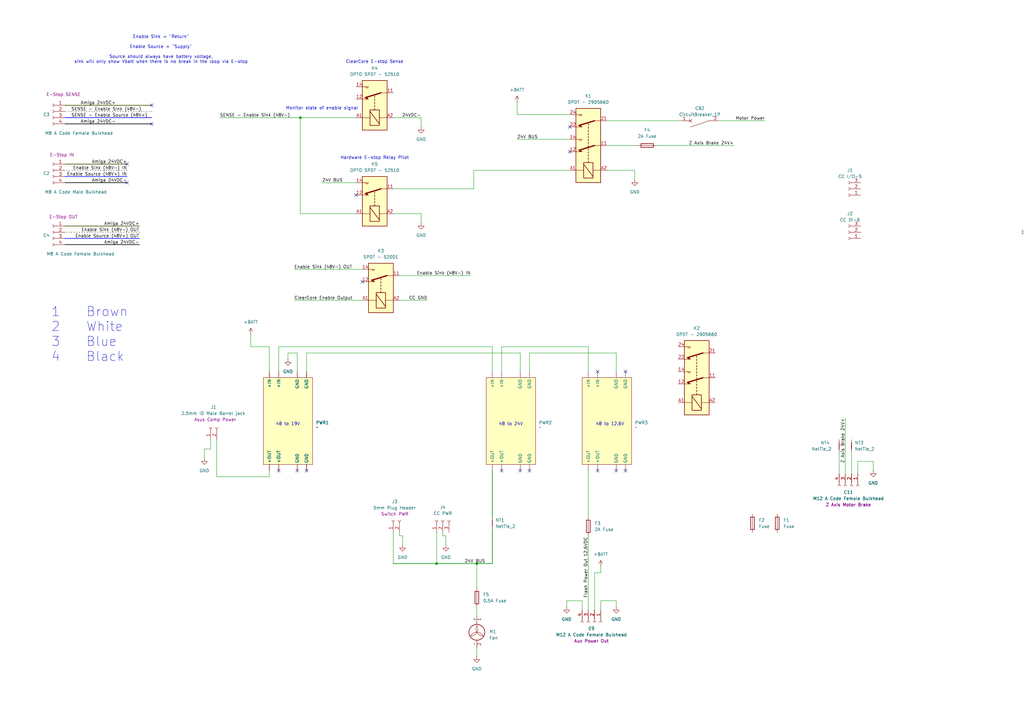
<source format=kicad_sch>
(kicad_sch (version 20231120) (generator "eeschema") (generator_version "8.0")
  (paper "A3")
  (lib_symbols
    (symbol "Connector:Conn_01x02_Socket" (pin_names (offset 1.016) hide)
      (property "Reference" "J" (at 0 2.54 0))
      (property "Value" "Conn_01x02_Socket" (at 0 -5.08 0))
      (symbol "Conn_01x02_Socket_1_1"
        (arc (start 0 -2.032) (mid -0.5058 -2.54) (end 0 -3.048) (stroke (width 0.1524)))
        (polyline (pts (xy -1.27 -2.54) (xy -0.508 -2.54)) (stroke (width 0.1524)))
        (polyline (pts (xy -1.27 0) (xy -0.508 0)) (stroke (width 0.1524)))
        (arc (start 0 0.508) (mid -0.5058 0) (end 0 -0.508) (stroke (width 0.1524)))
        (pin passive line (at -5.08 0 0) (length 3.81) (name "Pin_1") (number "1"))
        (pin passive line (at -5.08 -2.54 0) (length 3.81) (name "Pin_2") (number "2"))
      )
    )
    (symbol "Connector:Conn_01x03_Socket" (pin_names (offset 1.016) hide)
      (property "Reference" "J" (at 0 5.08 0))
      (property "Value" "Conn_01x03_Socket" (at 0 -5.08 0))
      (symbol "Conn_01x03_Socket_1_1"
        (arc (start 0 -2.032) (mid -0.5058 -2.54) (end 0 -3.048) (stroke (width 0.1524)))
        (polyline (pts (xy -1.27 -2.54) (xy -0.508 -2.54)) (stroke (width 0.1524)))
        (polyline (pts (xy -1.27 0) (xy -0.508 0)) (stroke (width 0.1524)))
        (polyline (pts (xy -1.27 2.54) (xy -0.508 2.54)) (stroke (width 0.1524)))
        (arc (start 0 0.508) (mid -0.5058 0) (end 0 -0.508) (stroke (width 0.1524)))
        (arc (start 0 3.048) (mid -0.5058 2.54) (end 0 2.032) (stroke (width 0.1524)))
        (pin passive line (at -5.08 2.54 0) (length 3.81) (name "Pin_1") (number "1"))
        (pin passive line (at -5.08 0 0) (length 3.81) (name "Pin_2") (number "2"))
        (pin passive line (at -5.08 -2.54 0) (length 3.81) (name "Pin_3") (number "3"))
      )
    )
    (symbol "Connector:Conn_01x04_Socket" (pin_names (offset 1.016) hide)
      (property "Reference" "J" (at 0 5.08 0))
      (property "Value" "Conn_01x04_Socket" (at 0 -7.62 0))
      (symbol "Conn_01x04_Socket_1_1"
        (arc (start 0 -4.572) (mid -0.5058 -5.08) (end 0 -5.588) (stroke (width 0.1524)))
        (arc (start 0 -2.032) (mid -0.5058 -2.54) (end 0 -3.048) (stroke (width 0.1524)))
        (polyline (pts (xy -1.27 -5.08) (xy -0.508 -5.08)) (stroke (width 0.1524)))
        (polyline (pts (xy -1.27 -2.54) (xy -0.508 -2.54)) (stroke (width 0.1524)))
        (polyline (pts (xy -1.27 0) (xy -0.508 0)) (stroke (width 0.1524)))
        (polyline (pts (xy -1.27 2.54) (xy -0.508 2.54)) (stroke (width 0.1524)))
        (arc (start 0 0.508) (mid -0.5058 0) (end 0 -0.508) (stroke (width 0.1524)))
        (arc (start 0 3.048) (mid -0.5058 2.54) (end 0 2.032) (stroke (width 0.1524)))
        (pin passive line (at -5.08 2.54 0) (length 3.81) (name "Pin_1") (number "1"))
        (pin passive line (at -5.08 0 0) (length 3.81) (name "Pin_2") (number "2"))
        (pin passive line (at -5.08 -2.54 0) (length 3.81) (name "Pin_3") (number "3"))
        (pin passive line (at -5.08 -5.08 0) (length 3.81) (name "Pin_4") (number "4"))
      )
    )
    (symbol "Device:CircuitBreaker_1P"
      (property "Reference" "CB" (at 1.905 0 0))
      (property "Value" "CircuitBreaker_1P" (at 1.905 1.905 0))
      (symbol "CircuitBreaker_1P_0_1"
        (polyline (pts (xy 0 -5.08) (xy 0 -3.81)))
        (polyline (pts (xy 0 -3.81) (xy -2.54 3.81)))
      )
      (symbol "CircuitBreaker_1P_1_1"
        (polyline (pts (xy -0.635 4.445) (xy 0.635 3.175)))
        (polyline (pts (xy 0 5.08) (xy 0 3.81)))
        (polyline (pts (xy 0.635 4.445) (xy -0.635 3.175)))
        (pin passive line (at 0 7.62 270) (length 2.54) (name "~") (number "1"))
        (pin passive line (at 0 -7.62 90) (length 2.54) (name "~") (number "2"))
      )
    )
    (symbol "Device:Fuse" (pin_numbers hide) (pin_names (offset 0))
      (property "Reference" "F" (at 2.032 0 90))
      (property "Value" "Fuse" (at -1.905 0 90))
      (symbol "Fuse_0_1"
        (rectangle (start -0.762 -2.54) (end 0.762 2.54) (stroke (width 0.254)))
        (polyline (pts (xy 0 2.54) (xy 0 -2.54)))
      )
      (symbol "Fuse_1_1"
        (pin passive line (at 0 3.81 270) (length 1.27) (name "~") (number "1"))
        (pin passive line (at 0 -3.81 90) (length 1.27) (name "~") (number "2"))
      )
    )
    (symbol "Device:NetTie_2" (pin_numbers hide) (pin_names (offset 0) hide) (in_bom no)
      (property "Reference" "NT" (at 0 1.27 0))
      (property "Value" "NetTie_2" (at 0 -1.27 0))
      (symbol "NetTie_2_0_1"
        (polyline (pts (xy -1.27 0) (xy 1.27 0)) (stroke (width 0.254)))
      )
      (symbol "NetTie_2_1_1"
        (pin passive line (at -2.54 0 0) (length 2.54) (name "1") (number "1"))
        (pin passive line (at 2.54 0 180) (length 2.54) (name "2") (number "2"))
      )
    )
    (symbol "Motor:Fan" (pin_names (offset 0))
      (property "Reference" "M" (at 2.54 5.08 0))
      (property "Value" "Fan" (at 2.54 -2.54 0))
      (symbol "Fan_0_1"
        (arc (start -2.54 -0.508) (mid 0.0028 0.9121) (end 0 3.81))
        (polyline (pts (xy 0 -5.08) (xy 0 -4.572)))
        (polyline (pts (xy 0 -2.2352) (xy 0 -2.6416)))
        (polyline (pts (xy 0 4.2672) (xy 0 4.6228)))
        (polyline (pts (xy 0 4.572) (xy 0 5.08)))
        (circle (center 0 1.016) (radius 3.2512) (stroke (width 0.254)))
        (arc (start 0 3.81) (mid 0.053 0.921) (end 2.54 -0.508))
        (arc (start 2.54 -0.508) (mid 0 1.0618) (end -2.54 -0.508))
      )
      (symbol "Fan_1_1"
        (pin passive line (at 0 7.62 270) (length 2.54) (name "+") (number "1"))
        (pin passive line (at 0 -5.08 90) (length 2.54) (name "-") (number "2"))
      )
    )
    (symbol "PSA:Flex_Converter"
      (property "Reference" "PWR" (at 0 0.254 0))
      (symbol "Flex_Converter_1_1"
        (rectangle (start -10.16 17.78) (end 10.16 -17.78) (fill (type background)))
        (pin input line (at -7.62 20.32 270) (length 2.54) (name "+IN") (number ""))
        (pin input line (at -3.81 20.32 270) (length 2.54) (name "+IN") (number ""))
        (pin output line (at -7.62 -20.32 90) (length 2.54) (name "+OUT") (number ""))
        (pin output line (at -3.81 -20.32 90) (length 2.54) (name "+OUT") (number ""))
        (pin output line (at 3.81 -20.32 90) (length 2.54) (name "GND") (number ""))
        (pin input line (at 3.81 20.32 270) (length 2.54) (name "GND") (number ""))
        (pin output line (at 7.62 -20.32 90) (length 2.54) (name "GND") (number ""))
        (pin input line (at 7.62 20.32 270) (length 2.54) (name "GND") (number ""))
      )
    )
    (symbol "PSA:Grounding_Terminal_Block" (pin_numbers hide) (pin_names (offset 0) hide)
      (property "Reference" "GB" (at -1.905 12.065 90))
      (symbol "Grounding_Terminal_Block_1_1"
        (rectangle (start -2.54 10.16) (end 2.54 -10.16))
        (circle (center 0 -7.62) (radius 1.7961))
        (polyline (pts (xy 1.27 -6.35) (xy -1.27 -8.89)))
        (polyline (pts (xy 1.27 1.27) (xy -1.27 -1.27)))
        (polyline (pts (xy 1.27 8.89) (xy -1.27 6.35)))
        (circle (center 0 0) (radius 1.7961))
        (circle (center 0 7.62) (radius 1.7961))
        (pin passive line (at 0 -12.7 90) (length 2.54) (name "") (number ""))
        (pin passive line (at 0 12.7 270) (length 2.54) (name "") (number ""))
      )
    )
    (symbol "PSA:Passthrough_Terminal_Block" (pin_numbers hide) (pin_names (offset 0) hide)
      (property "Reference" "TB" (at -2.54 12.7 90))
      (symbol "Passthrough_Terminal_Block_1_1"
        (rectangle (start -2.54 10.16) (end 2.54 -10.16))
        (circle (center 0 -7.62) (radius 1.7961))
        (polyline (pts (xy 1.27 -6.35) (xy -1.27 -8.89)))
        (polyline (pts (xy 1.27 8.89) (xy -1.27 6.35)))
        (circle (center 0 7.62) (radius 1.7961))
        (pin passive line (at 0 -12.7 90) (length 2.54) (name "") (number ""))
        (pin passive line (at 0 12.7 270) (length 2.54) (name "") (number ""))
        (pin passive inverted (at 0 0 270) (length 2.54) (name "Jumper") (number ""))
      )
      (symbol "Passthrough_Terminal_Block_2_1"
        (rectangle (start -2.54 10.16) (end 2.54 -10.16))
        (circle (center 0 -7.62) (radius 1.7961))
        (polyline (pts (xy 1.27 -6.35) (xy -1.27 -8.89)))
        (polyline (pts (xy 1.27 8.89) (xy -1.27 6.35)))
        (circle (center 0 7.62) (radius 1.7961))
        (pin passive line (at 0 -12.7 90) (length 2.54) (name "") (number ""))
        (pin passive line (at 0 12.7 270) (length 2.54) (name "") (number ""))
        (pin passive inverted (at 0 0 270) (length 2.54) (name "Jumper") (number "-UB"))
      )
      (symbol "Passthrough_Terminal_Block_3_1"
        (rectangle (start -2.54 10.16) (end 2.54 -10.16))
        (circle (center 0 -7.62) (radius 1.7961))
        (polyline (pts (xy 1.27 -6.35) (xy -1.27 -8.89)))
        (polyline (pts (xy 1.27 8.89) (xy -1.27 6.35)))
        (circle (center 0 7.62) (radius 1.7961))
        (pin passive line (at 0 -12.7 90) (length 2.54) (name "") (number ""))
        (pin passive line (at 0 12.7 270) (length 2.54) (name "") (number ""))
        (pin passive inverted (at 0 0 270) (length 2.54) (name "Jumper") (number "-UC"))
      )
    )
    (symbol "Passthrough_Terminal_Block_1" (pin_numbers hide) (pin_names (offset 0) hide)
      (property "Reference" "TB1" (at -2.54 12.7 90))
      (property "Value" "~" (at 3.81 0 0))
      (symbol "Passthrough_Terminal_Block_1_1_1"
        (rectangle (start -2.54 10.16) (end 2.54 -10.16))
        (circle (center 0 -7.62) (radius 1.7961))
        (polyline (pts (xy 1.27 -6.35) (xy -1.27 -8.89)))
        (polyline (pts (xy 1.27 8.89) (xy -1.27 6.35)))
        (circle (center 0 7.62) (radius 1.7961))
        (pin passive line (at 0 -12.7 90) (length 2.54) (name "") (number ""))
        (pin passive line (at 0 12.7 270) (length 2.54) (name "") (number ""))
        (pin passive inverted (at 0 0 270) (length 2.54) (name "Jumper") (number ""))
      )
      (symbol "Passthrough_Terminal_Block_1_2_1"
        (rectangle (start -2.54 10.16) (end 2.54 -10.16))
        (circle (center 0 -7.62) (radius 1.7961))
        (polyline (pts (xy 1.27 -6.35) (xy -1.27 -8.89)))
        (polyline (pts (xy 1.27 8.89) (xy -1.27 6.35)))
        (circle (center 0 7.62) (radius 1.7961))
        (pin passive line (at 0 -12.7 90) (length 2.54) (name "") (number ""))
        (pin passive line (at 0 12.7 270) (length 2.54) (name "") (number ""))
        (pin passive inverted (at 0 0 270) (length 2.54) (name "Jumper") (number "-UB"))
      )
      (symbol "Passthrough_Terminal_Block_1_3_1"
        (rectangle (start -2.54 10.16) (end 2.54 -10.16))
        (circle (center 0 -7.62) (radius 1.7961))
        (polyline (pts (xy 1.27 -6.35) (xy -1.27 -8.89)))
        (polyline (pts (xy 1.27 8.89) (xy -1.27 6.35)))
        (circle (center 0 7.62) (radius 1.7961))
        (pin passive line (at 0 -12.7 90) (length 2.54) (name "") (number ""))
        (pin passive line (at 0 12.7 270) (length 2.54) (name "") (number ""))
        (pin passive inverted (at 0 0 270) (length 2.54) (name "Jumper") (number "-UC"))
      )
    )
    (symbol "Passthrough_Terminal_Block_2" (pin_numbers hide) (pin_names (offset 0) hide)
      (property "Reference" "TB1" (at -2.54 12.7 90))
      (property "Value" "~" (at 3.81 0 0))
      (symbol "Passthrough_Terminal_Block_2_1_1"
        (rectangle (start -2.54 10.16) (end 2.54 -10.16))
        (circle (center 0 -7.62) (radius 1.7961))
        (polyline (pts (xy 1.27 -6.35) (xy -1.27 -8.89)))
        (polyline (pts (xy 1.27 8.89) (xy -1.27 6.35)))
        (circle (center 0 7.62) (radius 1.7961))
        (pin passive line (at 0 -12.7 90) (length 2.54) (name "") (number ""))
        (pin passive line (at 0 12.7 270) (length 2.54) (name "") (number ""))
        (pin passive inverted (at 0 0 270) (length 2.54) (name "Jumper") (number ""))
      )
      (symbol "Passthrough_Terminal_Block_2_2_1"
        (rectangle (start -2.54 10.16) (end 2.54 -10.16))
        (circle (center 0 -7.62) (radius 1.7961))
        (polyline (pts (xy 1.27 -6.35) (xy -1.27 -8.89)))
        (polyline (pts (xy 1.27 8.89) (xy -1.27 6.35)))
        (circle (center 0 7.62) (radius 1.7961))
        (pin passive line (at 0 -12.7 90) (length 2.54) (name "") (number ""))
        (pin passive line (at 0 12.7 270) (length 2.54) (name "") (number ""))
        (pin passive inverted (at 0 0 270) (length 2.54) (name "Jumper") (number "-UB"))
      )
      (symbol "Passthrough_Terminal_Block_2_3_1"
        (rectangle (start -2.54 10.16) (end 2.54 -10.16))
        (circle (center 0 -7.62) (radius 1.7961))
        (polyline (pts (xy 1.27 -6.35) (xy -1.27 -8.89)))
        (polyline (pts (xy 1.27 8.89) (xy -1.27 6.35)))
        (circle (center 0 7.62) (radius 1.7961))
        (pin passive line (at 0 -12.7 90) (length 2.54) (name "") (number ""))
        (pin passive line (at 0 12.7 270) (length 2.54) (name "") (number ""))
        (pin passive inverted (at 0 0 270) (length 2.54) (name "Jumper") (number "-UC"))
      )
    )
    (symbol "Passthrough_Terminal_Block_3" (pin_numbers hide) (pin_names (offset 0) hide)
      (property "Reference" "TB1" (at -2.54 12.7 90))
      (property "Value" "~" (at 3.81 0 0))
      (symbol "Passthrough_Terminal_Block_3_1_1"
        (rectangle (start -2.54 10.16) (end 2.54 -10.16))
        (circle (center 0 -7.62) (radius 1.7961))
        (polyline (pts (xy 1.27 -6.35) (xy -1.27 -8.89)))
        (polyline (pts (xy 1.27 8.89) (xy -1.27 6.35)))
        (circle (center 0 7.62) (radius 1.7961))
        (pin passive line (at 0 -12.7 90) (length 2.54) (name "") (number ""))
        (pin passive line (at 0 12.7 270) (length 2.54) (name "") (number ""))
        (pin passive inverted (at 0 0 270) (length 2.54) (name "Jumper") (number ""))
      )
      (symbol "Passthrough_Terminal_Block_3_2_1"
        (rectangle (start -2.54 10.16) (end 2.54 -10.16))
        (circle (center 0 -7.62) (radius 1.7961))
        (polyline (pts (xy 1.27 -6.35) (xy -1.27 -8.89)))
        (polyline (pts (xy 1.27 8.89) (xy -1.27 6.35)))
        (circle (center 0 7.62) (radius 1.7961))
        (pin passive line (at 0 -12.7 90) (length 2.54) (name "") (number ""))
        (pin passive line (at 0 12.7 270) (length 2.54) (name "") (number ""))
        (pin passive inverted (at 0 0 270) (length 2.54) (name "Jumper") (number "-UB"))
      )
      (symbol "Passthrough_Terminal_Block_3_3_1"
        (rectangle (start -2.54 10.16) (end 2.54 -10.16))
        (circle (center 0 -7.62) (radius 1.7961))
        (polyline (pts (xy 1.27 -6.35) (xy -1.27 -8.89)))
        (polyline (pts (xy 1.27 8.89) (xy -1.27 6.35)))
        (circle (center 0 7.62) (radius 1.7961))
        (pin passive line (at 0 -12.7 90) (length 2.54) (name "") (number ""))
        (pin passive line (at 0 12.7 270) (length 2.54) (name "") (number ""))
        (pin passive inverted (at 0 0 270) (length 2.54) (name "Jumper") (number "-UC"))
      )
    )
    (symbol "Relay:Relay_DPDT"
      (property "Reference" "K" (at 16.51 3.81 0))
      (property "Value" "Relay_DPDT" (at 16.51 1.27 0))
      (symbol "Relay_DPDT_0_1"
        (rectangle (start -15.24 5.08) (end 15.24 -5.08) (stroke (width 0.254)) (fill (type background)))
        (rectangle (start -13.335 1.905) (end -6.985 -1.905) (stroke (width 0.254)))
        (polyline (pts (xy -12.7 -1.905) (xy -7.62 1.905)) (stroke (width 0.254)))
        (polyline (pts (xy -10.16 -5.08) (xy -10.16 -1.905)))
        (polyline (pts (xy -10.16 5.08) (xy -10.16 1.905)))
        (polyline (pts (xy -6.985 0) (xy -6.35 0)) (stroke (width 0.254)))
        (polyline (pts (xy -5.715 0) (xy -5.08 0)) (stroke (width 0.254)))
        (polyline (pts (xy -4.445 0) (xy -3.81 0)) (stroke (width 0.254)))
        (polyline (pts (xy -3.175 0) (xy -2.54 0)) (stroke (width 0.254)))
        (polyline (pts (xy -1.905 0) (xy -1.27 0)) (stroke (width 0.254)))
        (polyline (pts (xy -0.635 0) (xy 0 0)) (stroke (width 0.254)))
        (polyline (pts (xy 0 -2.54) (xy -1.905 3.81)) (stroke (width 0.508)))
        (polyline (pts (xy 0 -2.54) (xy 0 -5.08)))
        (polyline (pts (xy 0.635 0) (xy 1.27 0)) (stroke (width 0.254)))
        (polyline (pts (xy 1.905 0) (xy 2.54 0)) (stroke (width 0.254)))
        (polyline (pts (xy 3.175 0) (xy 3.81 0)) (stroke (width 0.254)))
        (polyline (pts (xy 4.445 0) (xy 5.08 0)) (stroke (width 0.254)))
        (polyline (pts (xy 5.715 0) (xy 6.35 0)) (stroke (width 0.254)))
        (polyline (pts (xy 6.985 0) (xy 7.62 0)) (stroke (width 0.254)))
        (polyline (pts (xy 8.255 0) (xy 8.89 0)) (stroke (width 0.254)))
        (polyline (pts (xy 10.16 -2.54) (xy 8.255 3.81)) (stroke (width 0.508)))
        (polyline (pts (xy 10.16 -2.54) (xy 10.16 -5.08)))
        (polyline (pts (xy -2.54 5.08) (xy -2.54 2.54) (xy -1.905 3.175) (xy -2.54 3.81)) (fill (type outline)))
        (polyline (pts (xy 2.54 5.08) (xy 2.54 2.54) (xy 1.905 3.175) (xy 2.54 3.81)))
        (polyline (pts (xy 7.62 5.08) (xy 7.62 2.54) (xy 8.255 3.175) (xy 7.62 3.81)) (fill (type outline)))
        (polyline (pts (xy 12.7 5.08) (xy 12.7 2.54) (xy 12.065 3.175) (xy 12.7 3.81)))
      )
      (symbol "Relay_DPDT_1_1"
        (pin passive line (at 0 -7.62 90) (length 2.54) (name "~") (number "11"))
        (pin passive line (at -2.54 7.62 270) (length 2.54) (name "~") (number "12"))
        (pin passive line (at 2.54 7.62 270) (length 2.54) (name "~") (number "14"))
        (pin passive line (at 10.16 -7.62 90) (length 2.54) (name "~") (number "21"))
        (pin passive line (at 7.62 7.62 270) (length 2.54) (name "~") (number "22"))
        (pin passive line (at 12.7 7.62 270) (length 2.54) (name "~") (number "24"))
        (pin passive line (at -10.16 7.62 270) (length 2.54) (name "~") (number "A1"))
        (pin passive line (at -10.16 -7.62 90) (length 2.54) (name "~") (number "A2"))
      )
    )
    (symbol "Relay:Relay_SPDT"
      (property "Reference" "K" (at 11.43 3.81 0))
      (property "Value" "Relay_SPDT" (at 11.43 1.27 0))
      (symbol "Relay_SPDT_0_0"
        (polyline (pts (xy 7.62 5.08) (xy 7.62 2.54) (xy 6.985 3.175) (xy 7.62 3.81)))
      )
      (symbol "Relay_SPDT_0_1"
        (rectangle (start -10.16 5.08) (end 10.16 -5.08) (stroke (width 0.254)) (fill (type background)))
        (rectangle (start -8.255 1.905) (end -1.905 -1.905) (stroke (width 0.254)))
        (polyline (pts (xy -7.62 -1.905) (xy -2.54 1.905)) (stroke (width 0.254)))
        (polyline (pts (xy -5.08 -5.08) (xy -5.08 -1.905)))
        (polyline (pts (xy -5.08 5.08) (xy -5.08 1.905)))
        (polyline (pts (xy -1.905 0) (xy -1.27 0)) (stroke (width 0.254)))
        (polyline (pts (xy -0.635 0) (xy 0 0)) (stroke (width 0.254)))
        (polyline (pts (xy 0.635 0) (xy 1.27 0)) (stroke (width 0.254)))
        (polyline (pts (xy 1.905 0) (xy 2.54 0)) (stroke (width 0.254)))
        (polyline (pts (xy 3.175 0) (xy 3.81 0)) (stroke (width 0.254)))
        (polyline (pts (xy 5.08 -2.54) (xy 3.175 3.81)) (stroke (width 0.508)))
        (polyline (pts (xy 5.08 -2.54) (xy 5.08 -5.08)))
        (polyline (pts (xy 2.54 5.08) (xy 2.54 2.54) (xy 3.175 3.175) (xy 2.54 3.81)) (fill (type outline)))
      )
      (symbol "Relay_SPDT_1_1"
        (pin passive line (at 5.08 -7.62 90) (length 2.54) (name "~") (number "11"))
        (pin passive line (at 2.54 7.62 270) (length 2.54) (name "~") (number "12"))
        (pin passive line (at 7.62 7.62 270) (length 2.54) (name "~") (number "14"))
        (pin passive line (at -5.08 7.62 270) (length 2.54) (name "~") (number "A1"))
        (pin passive line (at -5.08 -7.62 90) (length 2.54) (name "~") (number "A2"))
      )
    )
    (symbol "power:+BATT" (power) (pin_numbers hide) (pin_names (offset 0) hide)
      (property "Value" "+BATT" (at 0 3.556 0))
      (symbol "+BATT_0_1"
        (polyline (pts (xy -0.762 1.27) (xy 0 2.54)))
        (polyline (pts (xy 0 0) (xy 0 2.54)))
        (polyline (pts (xy 0 2.54) (xy 0.762 1.27)))
      )
      (symbol "+BATT_1_1"
        (pin power_in line (at 0 0 90) (length 0) (name "~") (number "1"))
      )
    )
    (symbol "power:Earth_Protective" (power) (pin_numbers hide) (pin_names (offset 0) hide)
      (property "Value" "Earth_Protective" (at 0 -7.62 0))
      (symbol "Earth_Protective_0_1"
        (circle (center 0 -3.81) (radius 2.54))
        (polyline (pts (xy -0.635 -4.445) (xy 0.635 -4.445)))
        (polyline (pts (xy -0.127 -5.08) (xy 0.127 -5.08)))
        (polyline (pts (xy 0 -3.81) (xy 0 0)))
        (polyline (pts (xy 1.27 -3.81) (xy -1.27 -3.81)))
      )
      (symbol "Earth_Protective_1_1"
        (pin power_in line (at 0 0 270) (length 0) (name "~") (number "1"))
      )
    )
    (symbol "power:GND" (power) (pin_numbers hide) (pin_names (offset 0) hide)
      (property "Value" "GND" (at 0 -3.81 0))
      (symbol "GND_0_1"
        (polyline (pts (xy 0 0) (xy 0 -1.27) (xy 1.27 -1.27) (xy 0 -2.54) (xy -1.27 -1.27) (xy 0 -1.27)))
      )
      (symbol "GND_1_1"
        (pin power_in line (at 0 0 270) (length 0) (name "~") (number "1"))
      )
    )
  )
  (junction (at 123.19 48.26))
  (junction (at 519.43 58.42))
  (junction (at 613.41 58.42))
  (junction (at 195.58 231.14))
  (junction (at 603.25 58.42))
  (junction (at 628.65 58.42))
  (junction (at 623.57 58.42))
  (junction (at 618.49 58.42))
  (junction (at 524.51 58.42))
  (junction (at 549.91 58.42))
  (junction (at 529.59 58.42))
  (junction (at 593.09 58.42))
  (junction (at 179.07 231.14))
  (junction (at 544.83 58.42))
  (junction (at 598.17 58.42))
  (junction (at 608.33 58.42))
  (junction (at 554.99 58.42))
  (no_connect (at 114.3 193.04))
  (no_connect (at 217.17 193.04))
  (no_connect (at 62.23 43.18))
  (no_connect (at 148.59 115.57))
  (no_connect (at 52.07 74.93))
  (no_connect (at 245.11 152.4))
  (no_connect (at 256.54 152.4))
  (no_connect (at 213.36 193.04))
  (no_connect (at 62.23 50.8))
  (no_connect (at 233.68 52.07))
  (no_connect (at 252.73 193.04))
  (no_connect (at 245.11 193.04))
  (no_connect (at 121.92 193.04))
  (no_connect (at 146.05 80.01))
  (no_connect (at 233.68 62.23))
  (no_connect (at 256.54 193.04))
  (no_connect (at 205.74 193.04))
  (no_connect (at 52.07 67.31))
  (no_connect (at 125.73 193.04))
  (wire (pts (xy 163.83 113.03) (xy 193.04 113.03)))
  (wire (pts (xy 195.58 248.92) (xy 195.58 252.73)))
  (wire (pts (xy 88.9 195.58) (xy 88.9 180.34)))
  (wire (pts (xy 161.29 231.14) (xy 179.07 231.14)) (stroke (width 0.254)))
  (wire (pts (xy 246.38 246.38) (xy 246.38 250.19)))
  (wire (pts (xy 102.87 142.24) (xy 110.49 142.24)))
  (wire (pts (xy 519.43 58.42) (xy 524.51 58.42)))
  (wire (pts (xy 651.51 45.72) (xy 651.51 33.02)))
  (wire (pts (xy 123.19 48.26) (xy 146.05 48.26)))
  (wire (pts (xy 161.29 77.47) (xy 194.31 77.47)))
  (wire (pts (xy 213.36 152.4) (xy 213.36 144.78)))
  (wire (pts (xy 179.07 218.44) (xy 179.07 231.14)))
  (wire (pts (xy 132.08 74.93) (xy 146.05 74.93)))
  (wire (pts (xy 608.33 58.42) (xy 613.41 58.42)))
  (wire (pts (xy 252.73 144.78) (xy 217.17 144.78)))
  (wire (pts (xy 57.15 100.33) (xy 26.67 100.33)) (stroke (width 0.254) (color 0 0 0 1)))
  (wire (pts (xy 62.23 45.72) (xy 26.67 45.72)) (stroke (width 0.254) (type dot) (color 0 0 0 1)))
  (wire (pts (xy 195.58 231.14) (xy 201.93 231.14)) (stroke (width 0.254)))
  (wire (pts (xy 524.51 58.42) (xy 529.59 58.42)))
  (wire (pts (xy 161.29 48.26) (xy 172.72 48.26)))
  (wire (pts (xy 554.99 58.42) (xy 560.07 58.42)))
  (wire (pts (xy 194.31 69.85) (xy 233.68 69.85)))
  (wire (pts (xy 201.93 193.04) (xy 201.93 212.09)) (stroke (width 0.254)))
  (wire (pts (xy 633.73 33.02) (xy 633.73 45.72)))
  (wire (pts (xy 179.07 231.14) (xy 195.58 231.14)) (stroke (width 0.254)))
  (wire (pts (xy 120.65 110.49) (xy 148.59 110.49)))
  (wire (pts (xy 246.38 232.41) (xy 246.38 234.95)))
  (wire (pts (xy 114.3 142.24) (xy 201.93 142.24)))
  (wire (pts (xy 651.51 71.12) (xy 651.51 123.19)))
  (wire (pts (xy 252.73 152.4) (xy 252.73 144.78)))
  (wire (pts (xy 574.04 33.02) (xy 574.04 99.06)))
  (wire (pts (xy 62.23 48.26) (xy 26.67 48.26)) (stroke (width 0.254) (color 0 0 255 1)))
  (wire (pts (xy 172.72 48.26) (xy 172.72 52.07)))
  (wire (pts (xy 88.9 195.58) (xy 110.49 195.58)))
  (wire (pts (xy 205.74 142.24) (xy 205.74 152.4)))
  (wire (pts (xy 83.82 184.15) (xy 83.82 187.96)))
  (wire (pts (xy 241.3 142.24) (xy 241.3 152.4)))
  (wire (pts (xy 52.07 67.31) (xy 26.67 67.31)) (stroke (width 0.254) (color 72 72 0 1)))
  (wire (pts (xy 102.87 137.16) (xy 102.87 142.24)))
  (wire (pts (xy 246.38 234.95) (xy 243.84 234.95)))
  (wire (pts (xy 165.1 219.71) (xy 165.1 223.52)))
  (wire (pts (xy 574.04 114.3) (xy 574.04 134.62)))
  (wire (pts (xy 57.15 97.79) (xy 26.67 97.79)) (stroke (width 0.254) (color 0 0 255 1)))
  (wire (pts (xy 163.83 219.71) (xy 165.1 219.71)))
  (wire (pts (xy 238.76 246.38) (xy 238.76 250.19)))
  (wire (pts (xy 121.92 152.4) (xy 121.92 144.78)))
  (wire (pts (xy 181.61 219.71) (xy 182.88 219.71)))
  (wire (pts (xy 52.07 74.93) (xy 26.67 74.93)) (stroke (width 0.254) (color 0 0 0 1)))
  (wire (pts (xy 195.58 265.43) (xy 195.58 269.24)))
  (wire (pts (xy 232.41 246.38) (xy 238.76 246.38)))
  (wire (pts (xy 426.72 71.12) (xy 426.72 86.36)))
  (wire (pts (xy 62.23 43.18) (xy 26.67 43.18)) (stroke (width 0.254) (color 72 72 0 1)))
  (wire (pts (xy 86.36 180.34) (xy 86.36 184.15)))
  (wire (pts (xy 163.83 218.44) (xy 163.83 219.71)))
  (wire (pts (xy 181.61 218.44) (xy 181.61 219.71)))
  (wire (pts (xy 248.92 49.53) (xy 279.4 49.53)))
  (wire (pts (xy 146.05 87.63) (xy 123.19 87.63)))
  (wire (pts (xy 123.19 87.63) (xy 123.19 48.26)))
  (wire (pts (xy 529.59 58.42) (xy 534.67 58.42)))
  (wire (pts (xy 243.84 234.95) (xy 243.84 250.19)))
  (wire (pts (xy 576.58 134.62) (xy 576.58 123.19)))
  (wire (pts (xy 52.07 72.39) (xy 26.67 72.39)) (stroke (width 0.254) (color 0 0 255 1)))
  (wire (pts (xy 539.75 58.42) (xy 544.83 58.42)))
  (wire (pts (xy 618.49 58.42) (xy 623.57 58.42)))
  (wire (pts (xy 182.88 219.71) (xy 182.88 223.52)))
  (wire (pts (xy 90.17 48.26) (xy 123.19 48.26)))
  (wire (pts (xy 613.41 58.42) (xy 618.49 58.42)))
  (wire (pts (xy 346.71 171.45) (xy 346.71 194.31)))
  (wire (pts (xy 514.35 58.42) (xy 519.43 58.42)))
  (wire (pts (xy 248.92 69.85) (xy 260.35 69.85)))
  (wire (pts (xy 163.83 123.19) (xy 175.26 123.19)))
  (wire (pts (xy 110.49 142.24) (xy 110.49 152.4)))
  (wire (pts (xy 212.09 46.99) (xy 233.68 46.99)))
  (wire (pts (xy 125.73 144.78) (xy 213.36 144.78)))
  (wire (pts (xy 603.25 58.42) (xy 608.33 58.42)))
  (wire (pts (xy 349.25 185.42) (xy 349.25 194.31)))
  (wire (pts (xy 57.15 95.25) (xy 26.67 95.25)) (stroke (width 0.254) (type dot) (color 0 0 0 1)))
  (wire (pts (xy 628.65 58.42) (xy 633.73 58.42)))
  (wire (pts (xy 593.09 58.42) (xy 598.17 58.42)))
  (wire (pts (xy 576.58 123.19) (xy 651.51 123.19)))
  (wire (pts (xy 560.07 33.02) (xy 560.07 45.72)))
  (wire (pts (xy 172.72 87.63) (xy 172.72 91.44)))
  (wire (pts (xy 217.17 144.78) (xy 217.17 152.4)))
  (wire (pts (xy 260.35 69.85) (xy 260.35 73.66)))
  (wire (pts (xy 118.11 144.78) (xy 118.11 147.32)))
  (wire (pts (xy 549.91 58.42) (xy 554.99 58.42)))
  (wire (pts (xy 195.58 231.14) (xy 195.58 241.3)))
  (wire (pts (xy 544.83 58.42) (xy 549.91 58.42)))
  (wire (pts (xy 161.29 218.44) (xy 161.29 231.14)))
  (wire (pts (xy 246.38 246.38) (xy 252.73 246.38)))
  (wire (pts (xy 351.79 189.23) (xy 358.14 189.23)))
  (wire (pts (xy 344.17 185.42) (xy 344.17 194.31)))
  (wire (pts (xy 121.92 144.78) (xy 118.11 144.78)))
  (wire (pts (xy 252.73 246.38) (xy 252.73 248.92)))
  (wire (pts (xy 351.79 189.23) (xy 351.79 194.31)))
  (wire (pts (xy 201.93 142.24) (xy 201.93 152.4)))
  (wire (pts (xy 294.64 49.53) (xy 313.69 49.53)))
  (wire (pts (xy 574.04 33.02) (xy 560.07 33.02)))
  (wire (pts (xy 232.41 246.38) (xy 232.41 248.92)))
  (wire (pts (xy 248.92 59.69) (xy 261.62 59.69)))
  (wire (pts (xy 110.49 195.58) (xy 110.49 193.04)))
  (wire (pts (xy 114.3 142.24) (xy 114.3 152.4)))
  (wire (pts (xy 57.15 92.71) (xy 26.67 92.71)) (stroke (width 0.254) (color 72 72 0 1)))
  (wire (pts (xy 241.3 219.71) (xy 241.3 250.19)))
  (wire (pts (xy 212.09 41.91) (xy 212.09 46.99)))
  (wire (pts (xy 120.65 123.19) (xy 148.59 123.19)))
  (wire (pts (xy 358.14 189.23) (xy 358.14 193.04)))
  (wire (pts (xy 194.31 77.47) (xy 194.31 69.85)))
  (wire (pts (xy 125.73 144.78) (xy 125.73 152.4)))
  (wire (pts (xy 86.36 184.15) (xy 83.82 184.15)))
  (wire (pts (xy 52.07 69.85) (xy 26.67 69.85)) (stroke (width 0.254) (type dot) (color 0 0 0 1)))
  (wire (pts (xy 623.57 58.42) (xy 628.65 58.42)))
  (wire (pts (xy 598.17 58.42) (xy 603.25 58.42)))
  (wire (pts (xy 241.3 193.04) (xy 241.3 212.09)))
  (wire (pts (xy 651.51 33.02) (xy 633.73 33.02)))
  (wire (pts (xy 201.93 217.17) (xy 201.93 231.14)) (stroke (width 0.254)))
  (wire (pts (xy 161.29 87.63) (xy 172.72 87.63)))
  (wire (pts (xy 212.09 57.15) (xy 233.68 57.15)))
  (wire (pts (xy 588.01 58.42) (xy 593.09 58.42)))
  (wire (pts (xy 205.74 142.24) (xy 241.3 142.24)))
  (wire (pts (xy 62.23 50.8) (xy 26.67 50.8)) (stroke (width 0.254) (color 0 0 0 1)))
  (wire (pts (xy 269.24 59.69) (xy 300.99 59.69)))
  (text "Monitor state of enable signal" (at 132.08 44.45 0) (effects (font (size 1.27 1.27))))
  (text "1	Brown\n2	White\n3	Blue\n4	Black" (at 20.955 137.16 0) (effects (font (size 3.81 3.81)) (justify left)))
  (text "48 to 12.6V" (at 250.19 173.99 0) (effects (font (size 1.27 1.27))))
  (text "Hardware E-stop Relay Pilot" (at 153.67 64.77 0) (effects (font (size 1.27 1.27))))
  (text "48 to 24V" (at 209.55 173.99 0) (effects (font (size 1.27 1.27))))
  (text "ClearCore E-stop Sense" (at 153.67 25.4 0) (effects (font (size 1.27 1.27))))
  (text "Enable Sink = \"Return\"\n\nEnable Source = \"Supply\"\n\nSource should always have battery voltage,\nsink will only show Vbatt when there is no break in the loop via E-stop" (at 66.04 20.32 0) (effects (font (size 1.27 1.27))))
  (text "48 to 19V" (at 118.11 173.99 0) (effects (font (size 1.27 1.27))))
  (label "Enable Sink (48V-) IN" (at 52.07 69.85 180))
  (label "SENSE - Enable Sink (48V-)" (at 90.17 48.26 0))
  (label "SENSE - Enable Sink (48V-)" (at 29.21 45.72 0))
  (label "Z Axis Brake 24V+" (at 300.99 59.69 180))
  (label "Enable Sink (48V-) OUT" (at 120.65 110.49 0))
  (label "Amiga 24VDC+" (at 52.07 67.31 180))
  (label "Z Axis Brake 24V+" (at 346.71 171.45 270))
  (label "Enable Source (48V+) OUT" (at 57.15 97.79 180))
  (label "ClearCore Enable Output" (at 120.65 123.19 0))
  (label "Batt-" (at 577.85 123.19 0))
  (label "Motor Power" (at 313.69 49.53 180))
  (label "Flash Power Out 12.6VDC" (at 241.3 245.11 90))
  (label "Amiga 24VDC+" (at 57.15 92.71 180))
  (label "Enable Source (48V+) IN" (at 52.07 72.39 180))
  (label "Enable Sink (48V-) IN" (at 193.04 113.03 180))
  (label "24V BUS" (at 190.5 231.14 0))
  (label "24V BUS" (at 132.08 74.93 0))
  (label "Amiga 24VDC-" (at 57.15 100.33 180))
  (label "Amiga 24VDC-" (at 52.07 74.93 180))
  (label "Enable Sink (48V-) OUT" (at 57.15 95.25 180))
  (label "SENSE - Enable Source (48V+)" (at 29.21 48.26 0))
  (label "Amiga 24VDC-" (at 33.02 50.8 0))
  (label "CC GND" (at 175.26 123.19 180))
  (label "24V BUS" (at 212.09 57.15 0))
  (label "24VDC-" (at 172.72 48.26 180))
  (label "Amiga 24VDC+" (at 33.02 43.18 0))
  (symbol (lib_id "power:GND") (at 182.88 223.52 0) (unit 1)
    (property "Reference" "#PWR05" (effects (hide yes)))
    (property "Value" "GND" (at 182.88 228.6 0))
    (property "Description" "Power symbol creates a global label with name \"GND\" , ground" (effects (hide yes)))
  )
  (symbol (lib_name "PSA:Passthrough_Terminal_Block") (lib_id "PSA:Passthrough_Terminal_Block") (at 554.99 58.42 0) (unit 2)
    (property "Reference" "TB9" (at 552.45 45.72 90))
    (property "Value" "~" (at 558.8 58.42 0) (effects (justify left)))
  )
  (symbol (lib_name "PSA:Passthrough_Terminal_Block") (lib_id "PSA:Passthrough_Terminal_Block") (at 633.73 58.42 0) (unit 3)
    (property "Reference" "TB10" (at 631.19 45.085 90))
    (property "Value" "~" (at 637.54 58.42 0) (effects (justify left)))
  )
  (symbol (lib_id "power:+BATT") (at 246.38 232.41 0) (unit 1)
    (property "Reference" "#PWR010" (effects (hide yes)))
    (property "Value" "+BATT" (at 246.38 227.33 0))
    (property "Description" "Power symbol creates a global label with name \"+BATT\"" (effects (hide yes)))
  )
  (symbol (lib_id "power:GND") (at 172.72 91.44 0) (unit 1)
    (property "Reference" "#PWR014" (effects (hide yes)))
    (property "Value" "GND" (at 172.72 96.52 0))
    (property "Description" "Power symbol creates a global label with name \"GND\" , ground" (effects (hide yes)))
  )
  (symbol (lib_id "Connector:Conn_01x03_Socket") (at 181.61 213.36 90) (unit 1)
    (property "Reference" "J4" (at 181.61 208.026 90))
    (property "Value" "CC PWR" (at 181.61 210.566 90))
    (property "Description" "Generic connector, single row, 01x03, script generated" (effects (hide yes)))
  )
  (symbol (lib_name "PSA:Passthrough_Terminal_Block") (lib_id "PSA:Passthrough_Terminal_Block") (at 598.17 58.42 0) (unit 3)
    (property "Reference" "TB3" (at 595.63 45.72 90))
    (property "Value" "~" (at 601.98 58.42 0) (effects (justify left)))
  )
  (symbol (lib_name "PSA:Passthrough_Terminal_Block") (lib_id "PSA:Passthrough_Terminal_Block") (at 519.43 58.42 0) (unit 2)
    (property "Reference" "TB2" (at 516.89 45.72 90))
    (property "Value" "~" (at 523.24 58.42 0) (effects (justify left)))
  )
  (symbol (lib_name "PSA:Passthrough_Terminal_Block") (lib_id "PSA:Passthrough_Terminal_Block") (at 549.91 58.42 0) (unit 2)
    (property "Reference" "TB8" (at 547.37 45.72 90))
    (property "Value" "~" (at 553.72 58.42 0) (effects (justify left)))
  )
  (symbol (lib_id "Relay:Relay_SPDT") (at 153.67 43.18 90) (unit 1)
    (property "Reference" "K4" (at 153.67 27.94 90))
    (property "Value" "OPTO SPDT - 52510" (at 153.67 30.48 90))
    (property "Description" "Monostable Relay SPDT, EN50005" (effects (hide yes)))
  )
  (symbol (lib_id "power:GND") (at 172.72 52.07 0) (unit 1)
    (property "Reference" "#PWR015" (effects (hide yes)))
    (property "Value" "GND" (at 172.72 57.15 0))
    (property "Description" "Power symbol creates a global label with name \"GND\" , ground" (effects (hide yes)))
  )
  (symbol (lib_name "PSA:Passthrough_Terminal_Block") (lib_id "PSA:Passthrough_Terminal_Block") (at 560.07 58.42 0) (unit 2)
    (property "Reference" "TB10" (at 557.53 45.085 90))
    (property "Value" "~" (at 563.88 58.42 0) (effects (justify left)))
  )
  (symbol (lib_name "PSA:Passthrough_Terminal_Block") (lib_id "PSA:Passthrough_Terminal_Block") (at 529.59 58.42 0) (unit 2)
    (property "Reference" "TB4" (at 527.05 45.72 90))
    (property "Value" "~" (at 533.4 58.42 0) (effects (justify left)))
  )
  (symbol (lib_id "PSA:Grounding_Terminal_Block") (at 651.51 58.42 0) (unit 1)
    (property "Reference" "GB1" (at 649.605 46.355 90))
    (property "Value" "~" (at 655.32 58.42 0) (effects (justify left)))
  )
  (symbol (lib_name "PSA:Passthrough_Terminal_Block") (lib_id "PSA:Passthrough_Terminal_Block") (at 468.63 58.42 0) (unit 1)
    (property "Reference" "TB6" (at 466.09 45.72 90))
    (property "Value" "~" (at 472.44 58.42 0) (effects (justify left)))
  )
  (symbol (lib_name "PSA:Passthrough_Terminal_Block") (lib_id "PSA:Passthrough_Terminal_Block") (at 593.09 58.42 0) (unit 3)
    (property "Reference" "TB2" (at 590.55 45.72 90))
    (property "Value" "~" (at 596.9 58.42 0) (effects (justify left)))
  )
  (symbol (lib_id "Connector:Conn_01x03_Socket") (at 347.98 77.47 180) (unit 1)
    (property "Reference" "J1" (at 348.615 69.85 0))
    (property "Value" "CC I/O-5" (at 348.615 72.39 0))
    (property "Description" "Generic connector, single row, 01x03, script generated" (effects (hide yes)))
  )
  (symbol (lib_name "PSA:Passthrough_Terminal_Block") (lib_id "PSA:Passthrough_Terminal_Block") (at 483.87 58.42 0) (unit 1)
    (property "Reference" "TB9" (at 481.33 45.72 90))
    (property "Value" "~" (at 487.68 58.42 0) (effects (justify left)))
  )
  (symbol (lib_id "Relay:Relay_SPDT") (at 153.67 82.55 90) (unit 1)
    (property "Reference" "K5" (at 153.67 67.31 90))
    (property "Value" "OPTO SPDT - 52510" (at 153.67 69.85 90))
    (property "Description" "Monostable Relay SPDT, EN50005" (effects (hide yes)))
  )
  (symbol (lib_name "PSA:Passthrough_Terminal_Block") (lib_id "PSA:Passthrough_Terminal_Block") (at 623.57 58.42 0) (unit 3)
    (property "Reference" "TB8" (at 621.03 45.72 90))
    (property "Value" "~" (at 627.38 58.42 0) (effects (justify left)))
  )
  (symbol (lib_id "power:GND") (at 118.11 147.32 0) (unit 1)
    (property "Reference" "#PWR02" (effects (hide yes)))
    (property "Value" "GND" (at 118.11 152.4 0))
    (property "Description" "Power symbol creates a global label with name \"GND\" , ground" (effects (hide yes)))
  )
  (symbol (lib_id "Connector:Conn_01x03_Socket") (at 347.98 95.25 180) (unit 1)
    (property "Reference" "J2" (at 348.615 87.63 0))
    (property "Value" "CC DI-6" (at 348.615 90.17 0))
    (property "Description" "Generic connector, single row, 01x03, script generated" (effects (hide yes)))
  )
  (symbol (lib_name "PSA:Passthrough_Terminal_Block") (lib_id "PSA:Passthrough_Terminal_Block") (at 473.71 58.42 0) (unit 1)
    (property "Reference" "TB7" (at 471.17 45.72 90))
    (property "Value" "~" (at 477.52 58.42 0) (effects (justify left)))
  )
  (symbol (lib_name "PSA:Grounding_Terminal_Block") (lib_id "PSA:Grounding_Terminal_Block") (at 426.72 58.42 0) (unit 1)
    (property "Reference" "GB2" (at 424.815 46.355 90))
    (property "Value" "~" (at 430.53 58.42 0) (effects (justify left)))
  )
  (symbol (lib_id "power:+BATT") (at 102.87 137.16 0) (unit 1)
    (property "Reference" "#PWR012" (effects (hide yes)))
    (property "Value" "+BATT" (at 102.87 132.08 0))
    (property "Description" "Power symbol creates a global label with name \"+BATT\"" (effects (hide yes)))
  )
  (symbol (lib_name "PSA:Passthrough_Terminal_Block") (lib_id "PSA:Passthrough_Terminal_Block") (at 544.83 58.42 0) (unit 2)
    (property "Reference" "TB7" (at 542.29 45.72 90))
    (property "Value" "~" (at 548.64 58.42 0) (effects (justify left)))
  )
  (symbol (lib_name "PSA:Passthrough_Terminal_Block") (lib_id "PSA:Passthrough_Terminal_Block") (at 628.65 58.42 0) (unit 3)
    (property "Reference" "TB9" (at 626.11 45.72 90))
    (property "Value" "~" (at 632.46 58.42 0) (effects (justify left)))
  )
  (symbol (lib_name "PSA:Passthrough_Terminal_Block") (lib_id "PSA:Passthrough_Terminal_Block") (at 453.39 58.42 0) (unit 1)
    (property "Reference" "TB3" (at 450.85 45.72 90))
    (property "Value" "~" (at 457.2 58.42 0) (effects (justify left)))
  )
  (symbol (lib_id "Device:Fuse") (at 265.43 59.69 90) (unit 1)
    (property "Reference" "F4" (at 265.43 53.34 90))
    (property "Value" "2A Fuse" (at 265.43 55.88 90))
    (property "Description" "Fuse" (effects (hide yes)))
  )
  (symbol (lib_id "Device:Fuse") (at 308.61 214.63 0) (unit 1)
    (property "Reference" "F2" (at 311.15 213.3599 0) (effects (justify left)))
    (property "Value" "Fuse" (at 311.15 215.8999 0) (effects (justify left)))
    (property "Description" "Fuse" (effects (hide yes)))
  )
  (symbol (lib_id "PSA:Flex_Converter") (at 209.55 172.72 0) (unit 1)
    (property "Reference" "PWR2" (at 220.98 173.3549 0) (effects (justify left)))
    (property "Value" "~" (at 220.98 175.26 0) (effects (justify left)))
  )
  (symbol (lib_name "PSA:Passthrough_Terminal_Block") (lib_id "PSA:Passthrough_Terminal_Block") (at 608.33 58.42 0) (unit 3)
    (property "Reference" "TB5" (at 605.79 45.72 90))
    (property "Value" "~" (at 612.14 58.42 0) (effects (justify left)))
  )
  (symbol (lib_id "Device:CircuitBreaker_1P") (at 287.02 49.53 90) (unit 1)
    (property "Reference" "CB2" (at 287.02 44.45 90))
    (property "Value" "CircuitBreaker_1P" (at 287.02 46.99 90))
    (property "Description" "Single pole circuit breaker" (effects (hide yes)))
  )
  (symbol (lib_id "PSA:Flex_Converter") (at 118.11 172.72 0) (unit 1)
    (property "Reference" "PWR1" (at 129.54 173.3549 0) (effects (justify left)))
    (property "Value" "~" (at 129.54 175.26 0) (effects (justify left)))
  )
  (symbol (lib_id "Connector:Conn_01x04_Socket") (at 21.59 69.85 0) (mirror y) (unit 1)
    (property "Reference" "C2" (at 19.05 71.12 0))
    (property "Value" "M8 A Code Male Bulkhead" (at 31.115 78.74 0))
    (property "Description" "E-Stop IN" (at 25.4 63.5 0))
  )
  (symbol (lib_id "Connector:Conn_01x02_Socket") (at 86.36 175.26 90) (unit 1)
    (property "Reference" "J1" (at 86.36 167.0049 90) (effects (justify right)))
    (property "Value" "2.5mm ID Male Barrel jack" (at 74.295 169.5449 90) (effects (justify right)))
    (property "Description" "Asus Comp Power" (at 88.265 172.085 90))
  )
  (symbol (lib_id "Relay:Relay_DPDT") (at 241.3 59.69 90) (unit 1)
    (property "Reference" "K1" (at 241.3 39.37 90))
    (property "Value" "DPDT - 2905660" (at 241.3 41.91 90))
    (property "Description" "Monostable Relay DPDT, EN50005 " (effects (hide yes)))
  )
  (symbol (lib_id "power:GND") (at 232.41 248.92 0) (unit 1)
    (property "Reference" "#PWR09" (effects (hide yes)))
    (property "Value" "GND" (at 232.41 254 0))
    (property "Description" "Power symbol creates a global label with name \"GND\" , ground" (effects (hide yes)))
  )
  (symbol (lib_id "power:GND") (at 252.73 248.92 0) (unit 1)
    (property "Reference" "#PWR08" (effects (hide yes)))
    (property "Value" "GND" (at 252.73 254 0))
    (property "Description" "Power symbol creates a global label with name \"GND\" , ground" (effects (hide yes)))
  )
  (symbol (lib_id "power:GND") (at 358.14 193.04 0) (unit 1)
    (property "Reference" "#PWR06" (effects (hide yes)))
    (property "Value" "GND" (at 358.14 198.12 0))
    (property "Description" "Power symbol creates a global label with name \"GND\" , ground" (effects (hide yes)))
  )
  (symbol (lib_id "Device:NetTie_2") (at 201.93 214.63 90) (unit 1) (in_bom no)
    (property "Reference" "NT1" (at 203.2 213.3599 90) (effects (justify right)))
    (property "Value" "NetTie_2" (at 203.2 215.8999 90) (effects (justify right)))
    (property "Description" "Net tie, 2 pins" (effects (hide yes)))
  )
  (symbol (lib_id "Device:Fuse") (at 195.58 245.11 0) (unit 1)
    (property "Reference" "F5" (at 198.12 243.8399 0) (effects (justify left)))
    (property "Value" "0.5A Fuse" (at 198.12 246.3799 0) (effects (justify left)))
    (property "Description" "Fuse" (effects (hide yes)))
  )
  (symbol (lib_name "PSA:Passthrough_Terminal_Block") (lib_id "PSA:Passthrough_Terminal_Block") (at 478.79 58.42 0) (unit 1)
    (property "Reference" "TB8" (at 476.25 45.72 90))
    (property "Value" "~" (at 482.6 58.42 0) (effects (justify left)))
  )
  (symbol (lib_id "Relay:Relay_DPDT") (at 285.75 154.94 90) (unit 1)
    (property "Reference" "K2" (at 285.75 134.62 90))
    (property "Value" "DPDT - 2905660" (at 285.75 137.16 90))
    (property "Description" "Monostable Relay DPDT, EN50005 " (effects (hide yes)))
  )
  (symbol (lib_id "Device:NetTie_2") (at 349.25 182.88 90) (unit 1) (in_bom no)
    (property "Reference" "NT3" (at 350.52 181.6099 90) (effects (justify right)))
    (property "Value" "NetTie_2" (at 350.52 184.1499 90) (effects (justify right)))
    (property "Description" "Net tie, 2 pins" (effects (hide yes)))
  )
  (symbol (lib_name "PSA:Passthrough_Terminal_Block") (lib_id "PSA:Passthrough_Terminal_Block") (at 534.67 58.42 0) (unit 2)
    (property "Reference" "TB5" (at 532.13 45.72 90))
    (property "Value" "~" (at 538.48 58.42 0) (effects (justify left)))
  )
  (symbol (lib_id "power:Earth_Protective") (at 426.72 86.36 0) (unit 1)
    (property "Reference" "#PWR01" (effects (hide yes)))
    (property "Value" "Earth_Protective" (at 426.72 95.25 0))
    (property "Description" "Power symbol creates a global label with name \"Earth_Protective\"" (effects (hide yes)))
  )
  (symbol (lib_id "Device:CircuitBreaker_1P") (at 574.04 106.68 0) (unit 1)
    (property "Reference" "CB1" (at 575.31 105.4099 0) (effects (justify left)))
    (property "Value" "CircuitBreaker_1P" (at 575.31 107.9499 0) (effects (justify left)))
    (property "Description" "Single pole circuit breaker" (effects (hide yes)))
  )
  (symbol (lib_id "Relay:Relay_SPDT") (at 156.21 118.11 90) (unit 1)
    (property "Reference" "K3" (at 156.21 102.87 90))
    (property "Value" "SPDT - 52001" (at 156.21 105.41 90))
    (property "Description" "Monostable Relay SPDT, EN50005" (effects (hide yes)))
  )
  (symbol (lib_name "PSA:Passthrough_Terminal_Block") (lib_id "PSA:Passthrough_Terminal_Block") (at 463.55 58.42 0) (unit 1)
    (property "Reference" "TB5" (at 461.01 45.72 90))
    (property "Value" "~" (at 467.36 58.42 0) (effects (justify left)))
  )
  (symbol (lib_id "Connector:Conn_01x04_Socket") (at 349.25 199.39 270) (unit 1)
    (property "Reference" "C11" (at 347.98 201.93 90))
    (property "Value" "M12 A Code Female Bulkhead" (at 347.98 204.47 90))
    (property "Description" "Z Axis Motor Brake" (at 347.98 207.01 90))
  )
  (symbol (lib_id "Device:Fuse") (at 241.3 215.9 0) (unit 1)
    (property "Reference" "F3" (at 243.84 214.6299 0) (effects (justify left)))
    (property "Value" "2A Fuse" (at 243.84 217.1699 0) (effects (justify left)))
    (property "Description" "Fuse" (effects (hide yes)))
  )
  (symbol (lib_name "PSA:Passthrough_Terminal_Block") (lib_id "PSA:Passthrough_Terminal_Block") (at 458.47 58.42 0) (unit 1)
    (property "Reference" "TB4" (at 455.93 45.72 90))
    (property "Value" "~" (at 462.28 58.42 0) (effects (justify left)))
  )
  (symbol (lib_name "PSA:Passthrough_Terminal_Block") (lib_id "PSA:Passthrough_Terminal_Block") (at 524.51 58.42 0) (unit 2)
    (property "Reference" "TB3" (at 521.97 45.72 90))
    (property "Value" "~" (at 528.32 58.42 0) (effects (justify left)))
  )
  (symbol (lib_id "Connector:Conn_01x02_Socket") (at 161.29 213.36 90) (unit 1)
    (property "Reference" "J3" (at 160.655 205.7399 90) (effects (justify right)))
    (property "Value" "5mm Plug Header" (at 153.035 208.2799 90) (effects (justify right)))
    (property "Description" "Switch PWR" (at 161.925 210.82 90))
  )
  (symbol (lib_name "PSA:Passthrough_Terminal_Block") (lib_id "PSA:Passthrough_Terminal_Block") (at 539.75 58.42 0) (unit 2)
    (property "Reference" "TB6" (at 537.21 45.72 90))
    (property "Value" "~" (at 543.56 58.42 0) (effects (justify left)))
  )
  (symbol (lib_name "PSA:Passthrough_Terminal_Block") (lib_id "PSA:Passthrough_Terminal_Block") (at 603.25 58.42 0) (unit 3)
    (property "Reference" "TB4" (at 600.71 45.72 90))
    (property "Value" "~" (at 607.06 58.42 0) (effects (justify left)))
  )
  (symbol (lib_name "Passthrough_Terminal_Block_3") (lib_id "PSA:Passthrough_Terminal_Block") (at 588.01 58.42 0) (unit 3)
    (property "Reference" "TB1" (at 585.47 45.72 90))
    (property "Value" "~" (at 591.82 58.42 0) (effects (justify left)))
  )
  (symbol (lib_name "PSA:Passthrough_Terminal_Block") (lib_id "PSA:Passthrough_Terminal_Block") (at 448.31 58.42 0) (unit 1)
    (property "Reference" "TB2" (at 445.77 45.72 90))
    (property "Value" "~" (at 452.12 58.42 0) (effects (justify left)))
  )
  (symbol (lib_id "power:+BATT") (at 212.09 41.91 0) (unit 1)
    (property "Reference" "#PWR013" (effects (hide yes)))
    (property "Value" "+BATT" (at 212.09 36.83 0))
    (property "Description" "Power symbol creates a global label with name \"+BATT\"" (effects (hide yes)))
  )
  (symbol (lib_name "Passthrough_Terminal_Block_2") (lib_id "PSA:Passthrough_Terminal_Block") (at 514.35 58.42 0) (unit 2)
    (property "Reference" "TB1" (at 511.81 45.72 90))
    (property "Value" "~" (at 518.16 58.42 0) (effects (justify left)))
  )
  (symbol (lib_name "PSA:Passthrough_Terminal_Block") (lib_id "PSA:Passthrough_Terminal_Block") (at 488.95 58.42 0) (unit 1)
    (property "Reference" "TB10" (at 486.41 45.085 90))
    (property "Value" "~" (at 492.76 58.42 0) (effects (justify left)))
  )
  (symbol (lib_id "Connector:Conn_01x04_Socket") (at 21.59 45.72 0) (mirror y) (unit 1)
    (property "Reference" "C3" (at 19.05 46.99 0))
    (property "Value" "M8 A Code Female Bulkhead" (at 32.385 54.61 0))
    (property "Description" "E-Stop SENSE" (at 26.035 38.735 0))
  )
  (symbol (lib_id "Device:Fuse") (at 318.77 214.63 0) (unit 1)
    (property "Reference" "F1" (at 321.31 213.3599 0) (effects (justify left)))
    (property "Value" "Fuse" (at 321.31 215.8999 0) (effects (justify left)))
    (property "Description" "Fuse" (effects (hide yes)))
  )
  (symbol (lib_id "power:GND") (at 165.1 223.52 0) (unit 1)
    (property "Reference" "#PWR04" (effects (hide yes)))
    (property "Value" "GND" (at 165.1 228.6 0))
    (property "Description" "Power symbol creates a global label with name \"GND\" , ground" (effects (hide yes)))
  )
  (symbol (lib_id "Connector:Conn_01x04_Socket") (at 21.59 95.25 0) (mirror y) (unit 1)
    (property "Reference" "C4" (at 19.05 96.52 0))
    (property "Value" "M8 A Code Female Bulkhead" (at 33.02 104.14 0))
    (property "Description" "E-Stop OUT" (at 26.035 88.9 0))
  )
  (symbol (lib_id "Device:NetTie_2") (at 344.17 182.88 90) (unit 1) (in_bom no)
    (property "Reference" "NT4" (at 336.55 181.6099 90) (effects (justify right)))
    (property "Value" "NetTie_2" (at 332.867 184.1499 90) (effects (justify right)))
    (property "Description" "Net tie, 2 pins" (effects (hide yes)))
  )
  (symbol (lib_id "power:GND") (at 83.82 187.96 0) (unit 1)
    (property "Reference" "#PWR03" (effects (hide yes)))
    (property "Value" "GND" (at 83.82 193.04 0))
    (property "Description" "Power symbol creates a global label with name \"GND\" , ground" (effects (hide yes)))
  )
  (symbol (lib_name "PSA:Passthrough_Terminal_Block") (lib_id "PSA:Passthrough_Terminal_Block") (at 618.49 58.42 0) (unit 3)
    (property "Reference" "TB7" (at 615.95 45.72 90))
    (property "Value" "~" (at 622.3 58.42 0) (effects (justify left)))
  )
  (symbol (lib_name "PSA:Passthrough_Terminal_Block") (lib_id "PSA:Passthrough_Terminal_Block") (at 613.41 58.42 0) (unit 3)
    (property "Reference" "TB6" (at 610.87 45.72 90))
    (property "Value" "~" (at 617.22 58.42 0) (effects (justify left)))
  )
  (symbol (lib_id "Connector:Conn_01x04_Socket") (at 243.84 255.27 270) (unit 1)
    (property "Reference" "C9" (at 242.57 257.81 90))
    (property "Value" "M12 A Code Female Bulkhead" (at 242.57 260.35 90))
    (property "Description" "Aux Power Out" (at 242.57 262.89 90))
  )
  (symbol (lib_id "PSA:Flex_Converter") (at 248.92 172.72 0) (unit 1)
    (property "Reference" "PWR3" (at 260.35 173.3549 0) (effects (justify left)))
    (property "Value" "~" (at 260.35 175.26 0) (effects (justify left)))
  )
  (symbol (lib_id "Connector:Conn_01x02_Socket") (at 576.58 139.7 270) (unit 1)
    (property "Reference" "C1" (at 576.58 147.9551 90) (effects (justify right)))
    (property "Value" "LP-20 Female Bulkhead" (at 586.105 145.4151 90) (effects (justify right)))
    (property "Description" "Power Supply Input" (at 574.675 142.875 90))
  )
  (symbol (lib_name "Passthrough_Terminal_Block_1") (lib_id "PSA:Passthrough_Terminal_Block") (at 443.23 58.42 0) (unit 1)
    (property "Reference" "TB1" (at 440.69 45.72 90))
    (property "Value" "~" (at 447.04 58.42 0) (effects (justify left)))
  )
  (symbol (lib_id "power:GND") (at 195.58 269.24 0) (unit 1)
    (property "Reference" "#PWR07" (effects (hide yes)))
    (property "Value" "GND" (at 195.58 274.32 0))
    (property "Description" "Power symbol creates a global label with name \"GND\" , ground" (effects (hide yes)))
  )
  (symbol (lib_id "Motor:Fan") (at 195.58 260.35 0) (unit 1)
    (property "Reference" "M1" (at 200.66 259.0799 0) (effects (justify left)))
    (property "Value" "Fan" (at 200.66 261.6199 0) (effects (justify left)))
    (property "Description" "Fan" (effects (hide yes)))
  )
  (symbol (lib_id "power:GND") (at 260.35 73.66 0) (unit 1)
    (property "Reference" "#PWR016" (effects (hide yes)))
    (property "Value" "GND" (at 260.35 78.74 0))
    (property "Description" "Power symbol creates a global label with name \"GND\" , ground" (effects (hide yes)))
  )
)
</source>
